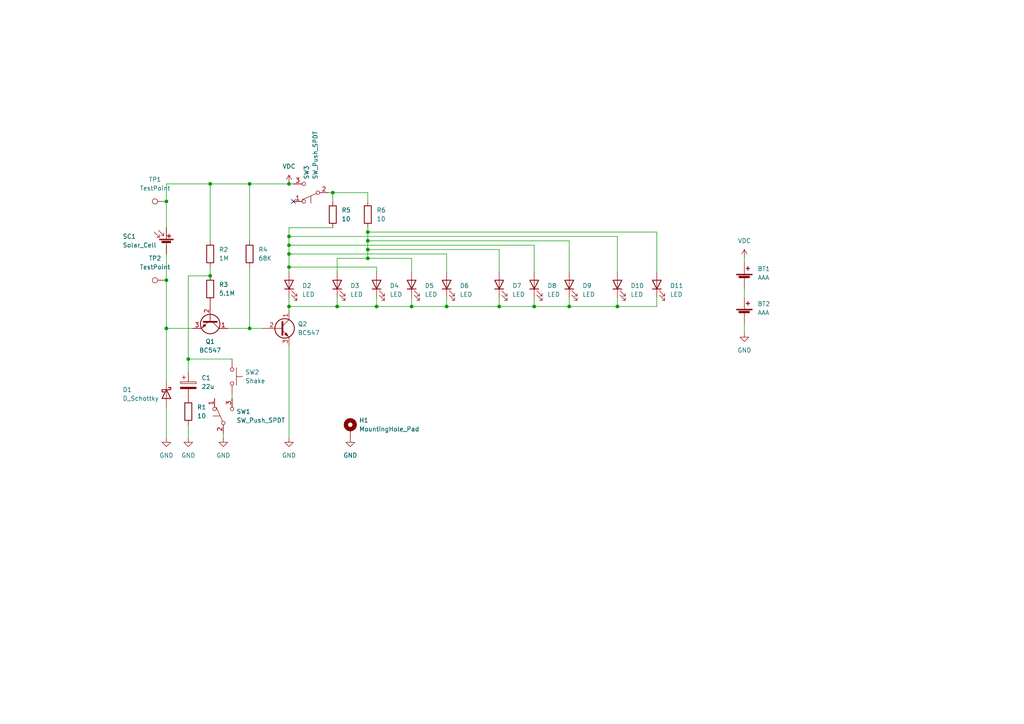
<source format=kicad_sch>
(kicad_sch (version 20211123) (generator eeschema)
  (paper "A4")
  (lib_symbols
    (symbol "Connector:TestPoint" (pin_numbers hide) (pin_names (offset 0.762) hide)
      (property "Reference" "TP" (at 0 6.858 0))
      (property "Value" "TestPoint" (at 0 5.08 0))
      (symbol "TestPoint_0_1"
        (circle (center 0 3.302) (radius 0.762))
      )
      (symbol "TestPoint_1_1"
        (pin passive line (at 0 0 90) (length 2.54) (name "1") (number "1"))
      )
    )
    (symbol "Device:Battery_Cell" (pin_numbers hide) (pin_names (offset 0) hide)
      (property "Reference" "BT" (at 2.54 2.54 0))
      (property "Value" "Battery_Cell" (at 2.54 0 0))
      (symbol "Battery_Cell_0_1"
        (rectangle (start -2.286 1.778) (end 2.286 1.524) (fill (type outline)))
        (rectangle (start -1.5748 1.1938) (end 1.4732 0.6858) (fill (type outline)))
        (polyline (pts (xy 0 0.762) (xy 0 0)))
        (polyline (pts (xy 0 1.778) (xy 0 2.54)))
        (polyline (pts (xy 0.508 3.429) (xy 1.524 3.429)) (stroke (width 0.254)))
        (polyline (pts (xy 1.016 3.937) (xy 1.016 2.921)) (stroke (width 0.254)))
      )
      (symbol "Battery_Cell_1_1"
        (pin passive line (at 0 5.08 270) (length 2.54) (name "+") (number "1"))
        (pin passive line (at 0 -2.54 90) (length 2.54) (name "-") (number "2"))
      )
    )
    (symbol "Device:C_Polarized" (pin_numbers hide) (pin_names (offset 0.254))
      (property "Reference" "C" (at 0.635 2.54 0))
      (property "Value" "C_Polarized" (at 0.635 -2.54 0))
      (symbol "C_Polarized_0_1"
        (rectangle (start -2.286 0.508) (end 2.286 1.016))
        (polyline (pts (xy -1.778 2.286) (xy -0.762 2.286)))
        (polyline (pts (xy -1.27 2.794) (xy -1.27 1.778)))
        (rectangle (start 2.286 -0.508) (end -2.286 -1.016) (fill (type outline)))
      )
      (symbol "C_Polarized_1_1"
        (pin passive line (at 0 3.81 270) (length 2.794) (name "~") (number "1"))
        (pin passive line (at 0 -3.81 90) (length 2.794) (name "~") (number "2"))
      )
    )
    (symbol "Device:D_Schottky" (pin_numbers hide) (pin_names (offset 1.016) hide)
      (property "Reference" "D" (at 0 2.54 0))
      (property "Value" "D_Schottky" (at 0 -2.54 0))
      (symbol "D_Schottky_0_1"
        (polyline (pts (xy 1.27 0) (xy -1.27 0)))
        (polyline (pts (xy 1.27 1.27) (xy 1.27 -1.27) (xy -1.27 0) (xy 1.27 1.27)) (stroke (width 0.254)))
        (polyline (pts (xy -1.905 0.635) (xy -1.905 1.27) (xy -1.27 1.27) (xy -1.27 -1.27) (xy -0.635 -1.27) (xy -0.635 -0.635)) (stroke (width 0.254)))
      )
      (symbol "D_Schottky_1_1"
        (pin passive line (at -3.81 0 0) (length 2.54) (name "K") (number "1"))
        (pin passive line (at 3.81 0 180) (length 2.54) (name "A") (number "2"))
      )
    )
    (symbol "Device:LED" (pin_numbers hide) (pin_names (offset 1.016) hide)
      (property "Reference" "D" (at 0 2.54 0))
      (property "Value" "LED" (at 0 -2.54 0))
      (symbol "LED_0_1"
        (polyline (pts (xy -1.27 -1.27) (xy -1.27 1.27)) (stroke (width 0.254)))
        (polyline (pts (xy -1.27 0) (xy 1.27 0)))
        (polyline (pts (xy 1.27 -1.27) (xy 1.27 1.27) (xy -1.27 0) (xy 1.27 -1.27)) (stroke (width 0.254)))
        (polyline (pts (xy -3.048 -0.762) (xy -4.572 -2.286) (xy -3.81 -2.286) (xy -4.572 -2.286) (xy -4.572 -1.524)))
        (polyline (pts (xy -1.778 -0.762) (xy -3.302 -2.286) (xy -2.54 -2.286) (xy -3.302 -2.286) (xy -3.302 -1.524)))
      )
      (symbol "LED_1_1"
        (pin passive line (at -3.81 0 0) (length 2.54) (name "K") (number "1"))
        (pin passive line (at 3.81 0 180) (length 2.54) (name "A") (number "2"))
      )
    )
    (symbol "Device:R" (pin_numbers hide) (pin_names (offset 0))
      (property "Reference" "R" (at 2.032 0 90))
      (property "Value" "R" (at 0 0 90))
      (symbol "R_0_1"
        (rectangle (start -1.016 -2.54) (end 1.016 2.54) (stroke (width 0.254)))
      )
      (symbol "R_1_1"
        (pin passive line (at 0 3.81 270) (length 1.27) (name "~") (number "1"))
        (pin passive line (at 0 -3.81 90) (length 1.27) (name "~") (number "2"))
      )
    )
    (symbol "Device:Solar_Cell" (pin_numbers hide) (pin_names (offset 0) hide)
      (property "Reference" "SC" (at 2.54 2.54 0))
      (property "Value" "Solar_Cell" (at 2.54 0 0))
      (symbol "Solar_Cell_0_1"
        (rectangle (start -2.032 1.778) (end 2.032 1.524) (fill (type outline)))
        (rectangle (start -1.3208 1.1938) (end 1.27 0.6858) (fill (type outline)))
        (polyline (pts (xy -2.032 2.286) (xy -3.556 3.81)))
        (polyline (pts (xy -0.762 2.794) (xy -2.286 4.318)))
        (polyline (pts (xy 0 0.762) (xy 0 0)))
        (polyline (pts (xy 0 1.778) (xy 0 2.54)))
        (polyline (pts (xy 0.254 2.667) (xy 1.27 2.667)) (stroke (width 0.254)))
        (polyline (pts (xy 0.762 3.175) (xy 0.762 2.159)) (stroke (width 0.254)))
        (polyline (pts (xy -2.032 3.048) (xy -2.032 2.286) (xy -2.794 2.286)))
        (polyline (pts (xy -0.762 3.556) (xy -0.762 2.794) (xy -1.524 2.794)))
      )
      (symbol "Solar_Cell_1_1"
        (pin passive line (at 0 5.08 270) (length 2.54) (name "+") (number "1"))
        (pin passive line (at 0 -2.54 90) (length 2.54) (name "-") (number "2"))
      )
    )
    (symbol "Mechanical:MountingHole_Pad" (pin_numbers hide) (pin_names (offset 1.016) hide)
      (property "Reference" "H" (at 0 6.35 0))
      (property "Value" "MountingHole_Pad" (at 0 4.445 0))
      (symbol "MountingHole_Pad_0_1"
        (circle (center 0 1.27) (radius 1.27) (stroke (width 1.27)))
      )
      (symbol "MountingHole_Pad_1_1"
        (pin input line (at 0 -2.54 90) (length 2.54) (name "1") (number "1"))
      )
    )
    (symbol "Switch:SW_Push" (pin_numbers hide) (pin_names (offset 1.016) hide)
      (property "Reference" "SW" (at 1.27 2.54 0))
      (property "Value" "SW_Push" (at 0 -1.524 0))
      (symbol "SW_Push_0_1"
        (circle (center -2.032 0) (radius 0.508))
        (polyline (pts (xy 0 1.27) (xy 0 3.048)))
        (polyline (pts (xy 2.54 1.27) (xy -2.54 1.27)))
        (circle (center 2.032 0) (radius 0.508))
        (pin passive line (at -5.08 0 0) (length 2.54) (name "1") (number "1"))
        (pin passive line (at 5.08 0 180) (length 2.54) (name "2") (number "2"))
      )
    )
    (symbol "Switch:SW_Push_SPDT" (pin_names (offset 0) hide)
      (property "Reference" "SW" (at 0 4.318 0))
      (property "Value" "SW_Push_SPDT" (at 0 -5.08 0))
      (symbol "SW_Push_SPDT_0_0"
        (circle (center -2.032 0) (radius 0.508))
        (polyline (pts (xy 0 1.016) (xy 0 3.048)))
        (circle (center 2.032 -2.54) (radius 0.508))
      )
      (symbol "SW_Push_SPDT_0_1"
        (polyline (pts (xy -1.524 0.254) (xy 2.54 2.032)))
        (circle (center 2.032 2.54) (radius 0.508))
      )
      (symbol "SW_Push_SPDT_1_1"
        (pin passive line (at 5.08 2.54 180) (length 2.54) (name "A") (number "1"))
        (pin passive line (at -5.08 0 0) (length 2.54) (name "B") (number "2"))
        (pin passive line (at 5.08 -2.54 180) (length 2.54) (name "C") (number "3"))
      )
    )
    (symbol "Transistor_BJT:BC547" (pin_names (offset 0) hide)
      (property "Reference" "Q" (at 5.08 1.905 0))
      (property "Value" "BC547" (at 5.08 0 0))
      (symbol "BC547_0_1"
        (polyline (pts (xy 0 0) (xy 0.635 0)))
        (polyline (pts (xy 0.635 0.635) (xy 2.54 2.54)))
        (polyline (pts (xy 0.635 -0.635) (xy 2.54 -2.54) (xy 2.54 -2.54)))
        (polyline (pts (xy 0.635 1.905) (xy 0.635 -1.905) (xy 0.635 -1.905)) (stroke (width 0.508)))
        (polyline (pts (xy 1.27 -1.778) (xy 1.778 -1.27) (xy 2.286 -2.286) (xy 1.27 -1.778) (xy 1.27 -1.778)) (fill (type outline)))
        (circle (center 1.27 0) (radius 2.8194) (stroke (width 0.254)))
      )
      (symbol "BC547_1_1"
        (pin passive line (at 2.54 5.08 270) (length 2.54) (name "C") (number "1"))
        (pin input line (at -5.08 0 0) (length 5.08) (name "B") (number "2"))
        (pin passive line (at 2.54 -5.08 90) (length 2.54) (name "E") (number "3"))
      )
    )
    (symbol "power:GND" (power) (pin_names (offset 0))
      (property "Value" "GND" (at 0 -3.81 0))
      (symbol "GND_0_1"
        (polyline (pts (xy 0 0) (xy 0 -1.27) (xy 1.27 -1.27) (xy 0 -2.54) (xy -1.27 -1.27) (xy 0 -1.27)))
      )
      (symbol "GND_1_1"
        (pin power_in line (at 0 0 270) (length 0) hide (name "GND") (number "1"))
      )
    )
    (symbol "power:VDC" (power) (pin_names (offset 0))
      (property "Value" "VDC" (at 0 6.35 0))
      (symbol "VDC_0_1"
        (polyline (pts (xy -0.762 1.27) (xy 0 2.54)))
        (polyline (pts (xy 0 0) (xy 0 2.54)))
        (polyline (pts (xy 0 2.54) (xy 0.762 1.27)))
      )
      (symbol "VDC_1_1"
        (pin power_in line (at 0 0 90) (length 0) hide (name "VDC") (number "1"))
      )
    )
  )
  (junction (at 60.96 53.34))
  (junction (at 154.94 88.9))
  (junction (at 48.26 58.42))
  (junction (at 54.61 104.14))
  (junction (at 83.82 71.12))
  (junction (at 106.68 67.31))
  (junction (at 165.1 88.9))
  (junction (at 48.26 95.25))
  (junction (at 119.38 88.9))
  (junction (at 72.39 95.25))
  (junction (at 129.54 88.9))
  (junction (at 106.68 69.85))
  (junction (at 83.82 73.66))
  (junction (at 83.82 77.47))
  (junction (at 60.96 80.01))
  (junction (at 83.82 53.34))
  (junction (at 179.07 88.9))
  (junction (at 48.26 81.28))
  (junction (at 83.82 88.9))
  (junction (at 106.68 72.39))
  (junction (at 97.79 88.9))
  (junction (at 72.39 53.34))
  (junction (at 96.52 55.88))
  (junction (at 109.22 88.9))
  (junction (at 144.78 88.9))
  (junction (at 106.68 74.93))
  (junction (at 83.82 68.58))
  (no_connect (at 85.09 58.42))
  (wire (pts (xy 83.82 100.33) (xy 83.82 127)))
  (wire (pts (xy 48.26 53.34) (xy 60.96 53.34)))
  (wire (pts (xy 48.26 95.25) (xy 48.26 110.49)))
  (wire (pts (xy 96.52 55.88) (xy 95.25 55.88)))
  (wire (pts (xy 54.61 107.95) (xy 54.61 104.14)))
  (wire (pts (xy 215.9 74.93) (xy 215.9 76.2)))
  (wire (pts (xy 54.61 123.19) (xy 54.61 127)))
  (wire (pts (xy 190.5 86.36) (xy 190.5 88.9)))
  (wire (pts (xy 119.38 88.9) (xy 129.54 88.9)))
  (wire (pts (xy 179.07 78.74) (xy 179.07 68.58)))
  (wire (pts (xy 106.68 74.93) (xy 106.68 72.39)))
  (wire (pts (xy 83.82 53.34) (xy 85.09 53.34)))
  (wire (pts (xy 54.61 104.14) (xy 54.61 80.01)))
  (wire (pts (xy 83.82 73.66) (xy 83.82 77.47)))
  (wire (pts (xy 66.04 95.25) (xy 72.39 95.25)))
  (wire (pts (xy 179.07 88.9) (xy 190.5 88.9)))
  (wire (pts (xy 165.1 78.74) (xy 165.1 69.85)))
  (wire (pts (xy 129.54 86.36) (xy 129.54 88.9)))
  (wire (pts (xy 179.07 88.9) (xy 165.1 88.9)))
  (wire (pts (xy 83.82 77.47) (xy 83.82 78.74)))
  (wire (pts (xy 154.94 88.9) (xy 144.78 88.9)))
  (wire (pts (xy 97.79 74.93) (xy 106.68 74.93)))
  (wire (pts (xy 60.96 53.34) (xy 60.96 69.85)))
  (wire (pts (xy 165.1 69.85) (xy 106.68 69.85)))
  (wire (pts (xy 48.26 73.66) (xy 48.26 81.28)))
  (wire (pts (xy 109.22 78.74) (xy 109.22 77.47)))
  (wire (pts (xy 83.82 68.58) (xy 83.82 71.12)))
  (wire (pts (xy 165.1 88.9) (xy 154.94 88.9)))
  (wire (pts (xy 97.79 88.9) (xy 83.82 88.9)))
  (wire (pts (xy 83.82 86.36) (xy 83.82 88.9)))
  (wire (pts (xy 190.5 78.74) (xy 190.5 67.31)))
  (wire (pts (xy 179.07 68.58) (xy 83.82 68.58)))
  (wire (pts (xy 129.54 88.9) (xy 144.78 88.9)))
  (wire (pts (xy 67.31 115.57) (xy 67.31 114.3)))
  (wire (pts (xy 97.79 78.74) (xy 97.79 74.93)))
  (wire (pts (xy 215.9 93.98) (xy 215.9 96.52)))
  (wire (pts (xy 215.9 83.82) (xy 215.9 86.36)))
  (wire (pts (xy 83.82 66.04) (xy 96.52 66.04)))
  (wire (pts (xy 48.26 127) (xy 48.26 118.11)))
  (wire (pts (xy 106.68 55.88) (xy 96.52 55.88)))
  (wire (pts (xy 106.68 69.85) (xy 106.68 67.31)))
  (wire (pts (xy 96.52 58.42) (xy 96.52 55.88)))
  (wire (pts (xy 48.26 95.25) (xy 55.88 95.25)))
  (wire (pts (xy 119.38 74.93) (xy 106.68 74.93)))
  (wire (pts (xy 179.07 86.36) (xy 179.07 88.9)))
  (wire (pts (xy 72.39 53.34) (xy 72.39 69.85)))
  (wire (pts (xy 106.68 67.31) (xy 190.5 67.31)))
  (wire (pts (xy 48.26 58.42) (xy 48.26 66.04)))
  (wire (pts (xy 154.94 86.36) (xy 154.94 88.9)))
  (wire (pts (xy 72.39 53.34) (xy 83.82 53.34)))
  (wire (pts (xy 83.82 73.66) (xy 129.54 73.66)))
  (wire (pts (xy 60.96 77.47) (xy 60.96 80.01)))
  (wire (pts (xy 119.38 78.74) (xy 119.38 74.93)))
  (wire (pts (xy 72.39 95.25) (xy 76.2 95.25)))
  (wire (pts (xy 83.82 71.12) (xy 154.94 71.12)))
  (wire (pts (xy 60.96 53.34) (xy 72.39 53.34)))
  (wire (pts (xy 54.61 104.14) (xy 67.31 104.14)))
  (wire (pts (xy 54.61 80.01) (xy 60.96 80.01)))
  (wire (pts (xy 106.68 58.42) (xy 106.68 55.88)))
  (wire (pts (xy 83.82 71.12) (xy 83.82 73.66)))
  (wire (pts (xy 97.79 86.36) (xy 97.79 88.9)))
  (wire (pts (xy 144.78 86.36) (xy 144.78 88.9)))
  (wire (pts (xy 83.82 88.9) (xy 83.82 90.17)))
  (wire (pts (xy 109.22 86.36) (xy 109.22 88.9)))
  (wire (pts (xy 129.54 78.74) (xy 129.54 73.66)))
  (wire (pts (xy 72.39 77.47) (xy 72.39 95.25)))
  (wire (pts (xy 48.26 53.34) (xy 48.26 58.42)))
  (wire (pts (xy 106.68 72.39) (xy 106.68 69.85)))
  (wire (pts (xy 64.77 125.73) (xy 64.77 127)))
  (wire (pts (xy 109.22 88.9) (xy 97.79 88.9)))
  (wire (pts (xy 144.78 72.39) (xy 106.68 72.39)))
  (wire (pts (xy 144.78 78.74) (xy 144.78 72.39)))
  (wire (pts (xy 83.82 77.47) (xy 109.22 77.47)))
  (wire (pts (xy 48.26 81.28) (xy 48.26 95.25)))
  (wire (pts (xy 106.68 67.31) (xy 106.68 66.04)))
  (wire (pts (xy 109.22 88.9) (xy 119.38 88.9)))
  (wire (pts (xy 119.38 86.36) (xy 119.38 88.9)))
  (wire (pts (xy 83.82 66.04) (xy 83.82 68.58)))
  (wire (pts (xy 165.1 86.36) (xy 165.1 88.9)))
  (wire (pts (xy 154.94 78.74) (xy 154.94 71.12)))
  (symbol (lib_id "Connector:TestPoint") (at 48.26 81.28 90) (unit 1)
    (property "Reference" "TP2" (at 44.958 74.93 90))
    (property "Value" "TestPoint" (at 44.958 77.47 90))
    (property "Footprint" "TestPoint:TestPoint_THTPad_D2.0mm_Drill1.0mm" (effects hide))
  )
  (symbol (lib_id "power:GND") (at 48.26 127 0) (unit 1)
    (property "Reference" "#PWR01" (effects hide))
    (property "Value" "GND" (at 48.26 132.08 0))
  )
  (symbol (lib_id "Device:LED") (at 154.94 82.55 90) (unit 1)
    (property "Reference" "D8" (at 158.75 82.8674 90) (effects (justify right)))
    (property "Value" "LED" (at 158.75 85.4074 90) (effects (justify right)))
    (property "Footprint" "LED_THT:LED_D5.0mm" (effects hide))
  )
  (symbol (lib_id "Device:LED") (at 179.07 82.55 90) (unit 1)
    (property "Reference" "D10" (at 182.88 82.8674 90) (effects (justify right)))
    (property "Value" "LED" (at 182.88 85.4074 90) (effects (justify right)))
    (property "Footprint" "LED_THT:LED_D5.0mm" (effects hide))
  )
  (symbol (lib_id "Connector:TestPoint") (at 48.26 58.42 90) (unit 1)
    (property "Reference" "TP1" (at 44.958 52.07 90))
    (property "Value" "TestPoint" (at 44.958 54.61 90))
    (property "Footprint" "TestPoint:TestPoint_THTPad_D2.0mm_Drill1.0mm" (effects hide))
  )
  (symbol (lib_id "Device:R") (at 60.96 83.82 0) (unit 1)
    (property "Reference" "R3" (at 63.5 82.5499 0) (effects (justify left)))
    (property "Value" "5.1M" (at 63.5 85.0899 0) (effects (justify left)))
    (property "Footprint" "Resistor_THT:R_Axial_DIN0309_L9.0mm_D3.2mm_P12.70mm_Horizontal" (effects hide))
  )
  (symbol (lib_id "Device:LED") (at 97.79 82.55 90) (unit 1)
    (property "Reference" "D3" (at 101.6 82.8674 90) (effects (justify right)))
    (property "Value" "LED" (at 101.6 85.4074 90) (effects (justify right)))
    (property "Footprint" "LED_THT:LED_D5.0mm" (effects hide))
  )
  (symbol (lib_id "Device:LED") (at 144.78 82.55 90) (unit 1)
    (property "Reference" "D7" (at 148.59 82.8674 90) (effects (justify right)))
    (property "Value" "LED" (at 148.59 85.4074 90) (effects (justify right)))
    (property "Footprint" "LED_THT:LED_D5.0mm" (effects hide))
  )
  (symbol (lib_id "Device:R") (at 54.61 119.38 0) (unit 1)
    (property "Reference" "R1" (at 57.15 118.1099 0) (effects (justify left)))
    (property "Value" "10" (at 57.15 120.6499 0) (effects (justify left)))
    (property "Footprint" "Resistor_THT:R_Axial_DIN0309_L9.0mm_D3.2mm_P12.70mm_Horizontal" (effects hide))
  )
  (symbol (lib_id "power:VDC") (at 215.9 74.93 0) (unit 1)
    (property "Reference" "#PWR06" (effects hide))
    (property "Value" "VDC" (at 215.9 69.85 0))
  )
  (symbol (lib_id "Mechanical:MountingHole_Pad") (at 101.6 124.46 0) (unit 1)
    (property "Reference" "H1" (at 104.14 121.9199 0) (effects (justify left)))
    (property "Value" "MountingHole_Pad" (at 104.14 124.4599 0) (effects (justify left)))
    (property "Footprint" "MountingHole:MountingHole_2.2mm_M2_Pad" (effects hide))
  )
  (symbol (lib_id "Transistor_BJT:BC547") (at 60.96 92.71 270) (unit 1)
    (property "Reference" "Q1" (at 60.96 99.06 90))
    (property "Value" "BC547" (at 60.96 101.6 90))
    (property "Footprint" "Package_TO_SOT_THT:TO-92_Inline" (effects hide))
    (property "Datasheet" "https://www.onsemi.com/pub/Collateral/BC550-D.pdf" (effects hide))
    (property "PN" "BC547ATA" (effects hide))
  )
  (symbol (lib_id "power:VDC") (at 83.82 53.34 0) (unit 1)
    (property "Reference" "#PWR04" (effects hide))
    (property "Value" "VDC" (at 83.82 48.26 0))
  )
  (symbol (lib_id "power:GND") (at 83.82 127 0) (unit 1)
    (property "Reference" "#PWR05" (effects hide))
    (property "Value" "GND" (at 83.82 132.08 0))
  )
  (symbol (lib_id "Device:LED") (at 190.5 82.55 90) (unit 1)
    (property "Reference" "D11" (at 194.31 82.8674 90) (effects (justify right)))
    (property "Value" "LED" (at 194.31 85.4074 90) (effects (justify right)))
    (property "Footprint" "LED_THT:LED_D5.0mm" (effects hide))
  )
  (symbol (lib_id "Device:R") (at 106.68 62.23 0) (unit 1)
    (property "Reference" "R6" (at 109.22 60.9599 0) (effects (justify left)))
    (property "Value" "10" (at 109.22 63.4999 0) (effects (justify left)))
    (property "Footprint" "Resistor_THT:R_Axial_DIN0309_L9.0mm_D3.2mm_P12.70mm_Horizontal" (effects hide))
  )
  (symbol (lib_id "power:GND") (at 215.9 96.52 0) (unit 1)
    (property "Reference" "#PWR07" (effects hide))
    (property "Value" "GND" (at 215.9 101.6 0))
  )
  (symbol (lib_id "Device:LED") (at 83.82 82.55 90) (unit 1)
    (property "Reference" "D2" (at 87.63 82.8674 90) (effects (justify right)))
    (property "Value" "LED" (at 87.63 85.4074 90) (effects (justify right)))
    (property "Footprint" "LED_THT:LED_D5.0mm" (effects hide))
  )
  (symbol (lib_id "Switch:SW_Push_SPDT") (at 90.17 55.88 180) (unit 1)
    (property "Reference" "SW3" (at 88.8999 52.07 90) (effects (justify right)))
    (property "Value" "SW_Push_SPDT" (at 91.4399 52.07 90) (effects (justify right)))
    (property "Footprint" "Button_Switch_THT:SW_Slide_1P2T_CK_OS102011MS2Q" (effects hide))
    (property "PN" "OS102011MS2QN1" (effects hide))
  )
  (symbol (lib_id "Switch:SW_Push") (at 67.31 109.22 270) (mirror x) (unit 1)
    (property "Reference" "SW2" (at 71.12 107.9499 90) (effects (justify left)))
    (property "Value" "Shake" (at 71.12 110.4899 90) (effects (justify left)))
    (property "Footprint" "Capacitor_THT:CP_Radial_D5.0mm_P2.50mm" (effects hide))
    (property "PN" "2384" (effects hide))
  )
  (symbol (lib_id "Device:LED") (at 109.22 82.55 90) (unit 1)
    (property "Reference" "D4" (at 113.03 82.8674 90) (effects (justify right)))
    (property "Value" "LED" (at 113.03 85.4074 90) (effects (justify right)))
    (property "Footprint" "LED_THT:LED_D5.0mm" (effects hide))
  )
  (symbol (lib_id "Device:LED") (at 165.1 82.55 90) (unit 1)
    (property "Reference" "D9" (at 168.91 82.8674 90) (effects (justify right)))
    (property "Value" "LED" (at 168.91 85.4074 90) (effects (justify right)))
    (property "Footprint" "LED_THT:LED_D5.0mm" (effects hide))
  )
  (symbol (lib_id "Device:C_Polarized") (at 54.61 111.76 0) (unit 1)
    (property "Reference" "C1" (at 58.42 109.6009 0) (effects (justify left)))
    (property "Value" "22u" (at 58.42 112.1409 0) (effects (justify left)))
    (property "Footprint" "Capacitor_THT:CP_Radial_D6.3mm_P2.50mm" (effects hide))
  )
  (symbol (lib_id "power:GND") (at 101.6 127 0) (unit 1)
    (property "Reference" "#PWR08" (effects hide))
    (property "Value" "GND" (at 101.6 132.08 0))
  )
  (symbol (lib_id "Device:D_Schottky") (at 48.26 114.3 270) (unit 1)
    (property "Reference" "D1" (at 35.56 113.03 90) (effects (justify left)))
    (property "Value" "D_Schottky" (at 35.56 115.57 90) (effects (justify left)))
    (property "Footprint" "Diode_THT:D_DO-41_SOD81_P10.16mm_Horizontal" (effects hide))
    (property "PN" "SB130-T" (effects hide))
  )
  (symbol (lib_id "Switch:SW_Push_SPDT") (at 64.77 120.65 90) (unit 1)
    (property "Reference" "SW1" (at 68.58 119.3799 90) (effects (justify right)))
    (property "Value" "SW_Push_SPDT" (at 68.58 121.9199 90) (effects (justify right)))
    (property "Footprint" "Button_Switch_THT:SW_Slide_1P2T_CK_OS102011MS2Q" (effects hide))
    (property "PN" "OS102011MS2QN1" (effects hide))
  )
  (symbol (lib_id "power:GND") (at 64.77 127 0) (unit 1)
    (property "Reference" "#PWR03" (effects hide))
    (property "Value" "GND" (at 64.77 132.08 0))
  )
  (symbol (lib_id "Device:R") (at 96.52 62.23 0) (unit 1)
    (property "Reference" "R5" (at 99.06 60.9599 0) (effects (justify left)))
    (property "Value" "10" (at 99.06 63.4999 0) (effects (justify left)))
    (property "Footprint" "Resistor_THT:R_Axial_DIN0309_L9.0mm_D3.2mm_P12.70mm_Horizontal" (effects hide))
  )
  (symbol (lib_id "power:GND") (at 54.61 127 0) (unit 1)
    (property "Reference" "#PWR02" (effects hide))
    (property "Value" "GND" (at 54.61 132.08 0))
  )
  (symbol (lib_id "Device:Battery_Cell") (at 215.9 81.28 0) (unit 1)
    (property "Reference" "BT1" (at 219.71 77.9779 0) (effects (justify left)))
    (property "Value" "AAA" (at 219.71 80.5179 0) (effects (justify left)))
    (property "Footprint" "custom footprints:MP001179" (effects hide))
    (property "PN" "MP001179" (effects hide))
  )
  (symbol (lib_id "Device:Solar_Cell") (at 48.26 71.12 0) (unit 1)
    (property "Reference" "SC1" (at 35.56 68.58 0) (effects (justify left)))
    (property "Value" "Solar_Cell" (at 35.56 71.12 0) (effects (justify left)))
    (property "Footprint" "custom footprints:KXOB25-03X4F-TR" (effects hide))
    (property "PN" "KXOB25-03X4F-TR" (effects hide))
  )
  (symbol (lib_id "Device:R") (at 72.39 73.66 0) (unit 1)
    (property "Reference" "R4" (at 74.93 72.3899 0) (effects (justify left)))
    (property "Value" "68K" (at 74.93 74.9299 0) (effects (justify left)))
    (property "Footprint" "Resistor_THT:R_Axial_DIN0309_L9.0mm_D3.2mm_P12.70mm_Horizontal" (effects hide))
  )
  (symbol (lib_id "Device:R") (at 60.96 73.66 180) (unit 1)
    (property "Reference" "R2" (at 63.5 72.3899 0) (effects (justify right)))
    (property "Value" "1M" (at 63.5 74.9299 0) (effects (justify right)))
    (property "Footprint" "Resistor_THT:R_Axial_DIN0309_L9.0mm_D3.2mm_P12.70mm_Horizontal" (effects hide))
  )
  (symbol (lib_id "Device:LED") (at 129.54 82.55 90) (unit 1)
    (property "Reference" "D6" (at 133.35 82.8674 90) (effects (justify right)))
    (property "Value" "LED" (at 133.35 85.4074 90) (effects (justify right)))
    (property "Footprint" "LED_THT:LED_D5.0mm" (effects hide))
  )
  (symbol (lib_id "Device:LED") (at 119.38 82.55 90) (unit 1)
    (property "Reference" "D5" (at 123.19 82.8674 90) (effects (justify right)))
    (property "Value" "LED" (at 123.19 85.4074 90) (effects (justify right)))
    (property "Footprint" "LED_THT:LED_D5.0mm" (effects hide))
  )
  (symbol (lib_id "Transistor_BJT:BC547") (at 81.28 95.25 0) (unit 1)
    (property "Reference" "Q2" (at 86.36 93.9799 0) (effects (justify left)))
    (property "Value" "BC547" (at 86.36 96.5199 0) (effects (justify left)))
    (property "Footprint" "Package_TO_SOT_THT:TO-92_Inline" (effects hide))
    (property "Datasheet" "https://www.onsemi.com/pub/Collateral/BC550-D.pdf" (effects hide))
    (property "PN" "BC547ATA" (effects hide))
  )
  (symbol (lib_id "Device:Battery_Cell") (at 215.9 91.44 0) (unit 1)
    (property "Reference" "BT2" (at 219.71 88.1379 0) (effects (justify left)))
    (property "Value" "AAA" (at 219.71 90.6779 0) (effects (justify left)))
    (property "Footprint" "custom footprints:MP001179" (effects hide))
    (property "PN" "MP001179" (effects hide))
  )
)
</source>
